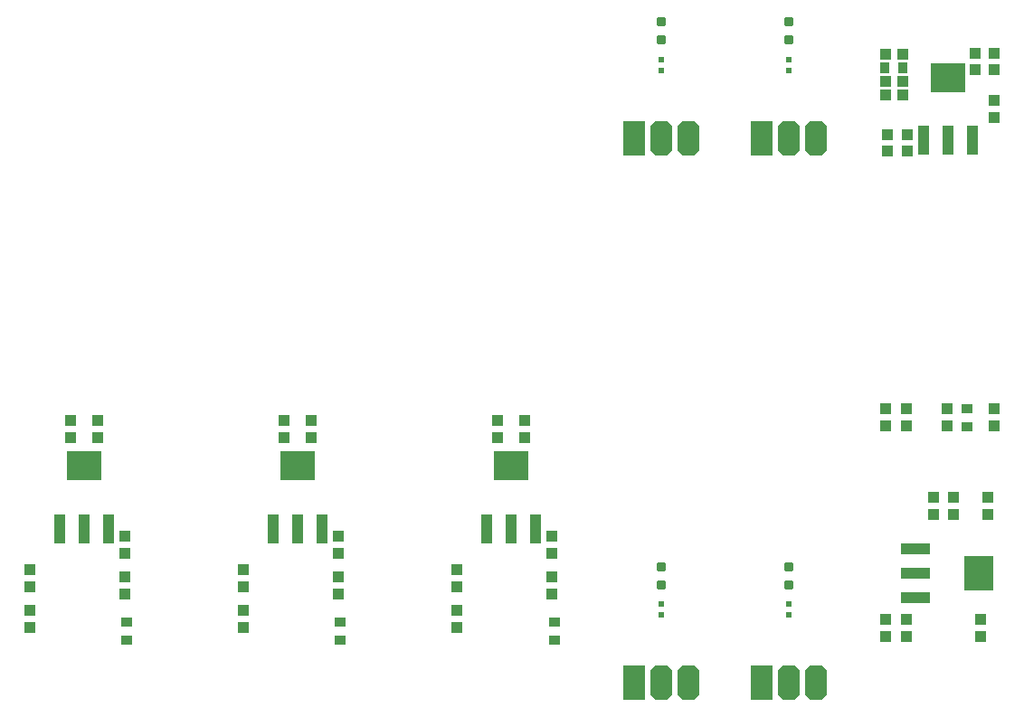
<source format=gbp>
G04*
G04 #@! TF.GenerationSoftware,Altium Limited,Altium Designer,20.1.12 (249)*
G04*
G04 Layer_Color=128*
%FSLAX25Y25*%
%MOIN*%
G70*
G04*
G04 #@! TF.SameCoordinates,93090BFA-B333-45B1-ADBD-1567DB3BF8F2*
G04*
G04*
G04 #@! TF.FilePolarity,Positive*
G04*
G01*
G75*
%ADD12R,0.03937X0.03937*%
%ADD13R,0.03937X0.03543*%
%ADD17R,0.03543X0.03937*%
%ADD18R,0.03937X0.03937*%
G04:AMPARAMS|DCode=19|XSize=78.74mil|YSize=127.95mil|CornerRadius=0mil|HoleSize=0mil|Usage=FLASHONLY|Rotation=360.000|XOffset=0mil|YOffset=0mil|HoleType=Round|Shape=Octagon|*
%AMOCTAGOND19*
4,1,8,-0.01968,0.06398,0.01968,0.06398,0.03937,0.04429,0.03937,-0.04429,0.01968,-0.06398,-0.01968,-0.06398,-0.03937,-0.04429,-0.03937,0.04429,-0.01968,0.06398,0.0*
%
%ADD19OCTAGOND19*%

%ADD22R,0.03937X0.03937*%
G04:AMPARAMS|DCode=24|XSize=31.5mil|YSize=31.5mil|CornerRadius=3.94mil|HoleSize=0mil|Usage=FLASHONLY|Rotation=270.000|XOffset=0mil|YOffset=0mil|HoleType=Round|Shape=RoundedRectangle|*
%AMROUNDEDRECTD24*
21,1,0.03150,0.02362,0,0,270.0*
21,1,0.02362,0.03150,0,0,270.0*
1,1,0.00787,-0.01181,-0.01181*
1,1,0.00787,-0.01181,0.01181*
1,1,0.00787,0.01181,0.01181*
1,1,0.00787,0.01181,-0.01181*
%
%ADD24ROUNDEDRECTD24*%
%ADD49R,0.10630X0.03937*%
%ADD50R,0.10630X0.12992*%
%ADD51R,0.12992X0.10630*%
%ADD52R,0.03937X0.10630*%
%ADD53R,0.07874X0.12795*%
%ADD54R,0.01968X0.02362*%
D12*
X357303Y102461D02*
D03*
Y108760D02*
D03*
X334803Y102461D02*
D03*
Y108760D02*
D03*
X342303D02*
D03*
Y102461D02*
D03*
Y24961D02*
D03*
Y31260D02*
D03*
X334803Y24961D02*
D03*
Y31260D02*
D03*
X369803Y24961D02*
D03*
Y31260D02*
D03*
X352303Y76260D02*
D03*
Y69961D02*
D03*
X359803D02*
D03*
Y76260D02*
D03*
X372303Y69961D02*
D03*
Y76260D02*
D03*
X374803Y102461D02*
D03*
Y108760D02*
D03*
X367835Y233701D02*
D03*
Y240000D02*
D03*
X374835Y233701D02*
D03*
Y240000D02*
D03*
X191850Y104390D02*
D03*
Y98090D02*
D03*
X211850Y61890D02*
D03*
Y55590D02*
D03*
Y46890D02*
D03*
Y40591D02*
D03*
X113110Y104390D02*
D03*
Y98090D02*
D03*
X133110Y61890D02*
D03*
Y55590D02*
D03*
Y46890D02*
D03*
Y40591D02*
D03*
X34370Y104390D02*
D03*
Y98090D02*
D03*
X54370Y61890D02*
D03*
Y55590D02*
D03*
Y46890D02*
D03*
Y40591D02*
D03*
D13*
X364803Y108957D02*
D03*
Y102264D02*
D03*
X212618Y23408D02*
D03*
Y30101D02*
D03*
X133878Y23408D02*
D03*
Y30101D02*
D03*
X55138Y23408D02*
D03*
Y30101D02*
D03*
D17*
X334488Y234350D02*
D03*
X341181D02*
D03*
D18*
X334685Y224350D02*
D03*
X340984D02*
D03*
Y229350D02*
D03*
X334685D02*
D03*
Y239350D02*
D03*
X340984D02*
D03*
D19*
X309213Y7874D02*
D03*
X299213D02*
D03*
X261968D02*
D03*
X251969D02*
D03*
X309213Y208661D02*
D03*
X299213D02*
D03*
X261968D02*
D03*
X251969D02*
D03*
D22*
X374835Y222500D02*
D03*
Y216201D02*
D03*
X335335Y210000D02*
D03*
Y203701D02*
D03*
X342835D02*
D03*
Y210000D02*
D03*
X201850Y98091D02*
D03*
Y104390D02*
D03*
X176850Y43091D02*
D03*
Y49390D02*
D03*
Y28091D02*
D03*
Y34390D02*
D03*
X123110Y98091D02*
D03*
Y104390D02*
D03*
X98110Y43091D02*
D03*
Y49390D02*
D03*
Y28091D02*
D03*
Y34390D02*
D03*
X44370Y98091D02*
D03*
Y104390D02*
D03*
X19370Y43091D02*
D03*
Y49390D02*
D03*
Y28091D02*
D03*
Y34390D02*
D03*
D24*
X299213Y50650D02*
D03*
Y43957D02*
D03*
X251969Y50650D02*
D03*
Y43957D02*
D03*
X299213Y251437D02*
D03*
Y244744D02*
D03*
X251969Y251437D02*
D03*
Y244744D02*
D03*
D49*
X345689Y39055D02*
D03*
Y48110D02*
D03*
Y57165D02*
D03*
D50*
X368917Y48110D02*
D03*
D51*
X357835Y230965D02*
D03*
X196850Y87854D02*
D03*
X118110D02*
D03*
X39370D02*
D03*
D52*
X348780Y207736D02*
D03*
X357835D02*
D03*
X366890D02*
D03*
X205906Y64626D02*
D03*
X196850D02*
D03*
X187795D02*
D03*
X127165D02*
D03*
X118110D02*
D03*
X109055D02*
D03*
X48425D02*
D03*
X39370D02*
D03*
X30315D02*
D03*
D53*
X289213Y7874D02*
D03*
X241968D02*
D03*
X289213Y208661D02*
D03*
X241968D02*
D03*
D54*
X299213Y32835D02*
D03*
Y36772D02*
D03*
X251969Y32835D02*
D03*
Y36772D02*
D03*
X299213Y233622D02*
D03*
Y237559D02*
D03*
X251969Y233622D02*
D03*
Y237559D02*
D03*
M02*

</source>
